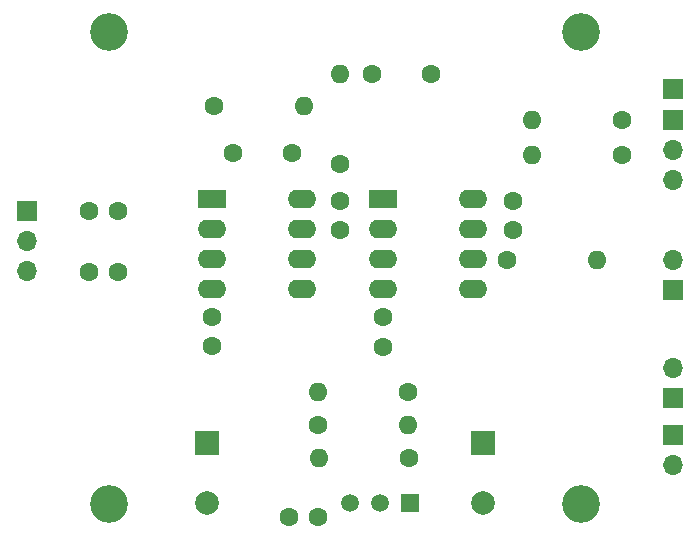
<source format=gbs>
G04 #@! TF.FileFunction,Soldermask,Bot*
%FSLAX46Y46*%
G04 Gerber Fmt 4.6, Leading zero omitted, Abs format (unit mm)*
G04 Created by KiCad (PCBNEW 4.0.7-e2-6376~60~ubuntu17.10.1) date Mon Dec 18 15:30:29 2017*
%MOMM*%
%LPD*%
G01*
G04 APERTURE LIST*
%ADD10C,0.100000*%
%ADD11C,1.600000*%
%ADD12C,3.200000*%
%ADD13R,2.000000X2.000000*%
%ADD14C,2.000000*%
%ADD15R,1.700000X1.700000*%
%ADD16O,1.700000X1.700000*%
%ADD17R,2.400000X1.600000*%
%ADD18O,2.400000X1.600000*%
%ADD19O,1.600000X1.600000*%
%ADD20C,1.520000*%
%ADD21R,1.520000X1.520000*%
G04 APERTURE END LIST*
D10*
D11*
X121250000Y-126650000D03*
X121250000Y-124150000D03*
D12*
X98000000Y-140000000D03*
X138000000Y-140000000D03*
D13*
X106300000Y-134850000D03*
D14*
X106300000Y-139850000D03*
D13*
X129700000Y-134850000D03*
D14*
X129700000Y-139850000D03*
D11*
X113500000Y-110250000D03*
X108500000Y-110250000D03*
D15*
X145800000Y-107500000D03*
D16*
X145800000Y-110040000D03*
X145800000Y-112580000D03*
D17*
X106750000Y-114180000D03*
D18*
X114370000Y-121800000D03*
X106750000Y-116720000D03*
X114370000Y-119260000D03*
X106750000Y-119260000D03*
X114370000Y-116720000D03*
X106750000Y-121800000D03*
X114370000Y-114180000D03*
D17*
X121250000Y-114180000D03*
D18*
X128870000Y-121800000D03*
X121250000Y-116720000D03*
X128870000Y-119260000D03*
X121250000Y-119260000D03*
X128870000Y-116720000D03*
X121250000Y-121800000D03*
X128870000Y-114180000D03*
D15*
X145750000Y-121890000D03*
D16*
X145750000Y-119350000D03*
D12*
X138000000Y-100000000D03*
X98000000Y-100000000D03*
D15*
X145800000Y-131040000D03*
D16*
X145800000Y-128500000D03*
D15*
X145800000Y-104850000D03*
D11*
X117550000Y-111170000D03*
D19*
X117550000Y-103550000D03*
D11*
X131730000Y-119350000D03*
D19*
X139350000Y-119350000D03*
D11*
X141450000Y-107450000D03*
D19*
X133830000Y-107450000D03*
D11*
X141450000Y-110450000D03*
D19*
X133830000Y-110450000D03*
D11*
X123400000Y-136100000D03*
D19*
X115780000Y-136100000D03*
D11*
X123350000Y-130450000D03*
D19*
X115730000Y-130450000D03*
D11*
X115750000Y-133300000D03*
D19*
X123370000Y-133300000D03*
D11*
X106930000Y-106250000D03*
D19*
X114550000Y-106250000D03*
D20*
X121000000Y-139850000D03*
X118460000Y-139850000D03*
D21*
X123540000Y-139850000D03*
D11*
X120250000Y-103550000D03*
X125250000Y-103550000D03*
X115750000Y-141050000D03*
X113250000Y-141050000D03*
X96300000Y-120300000D03*
X98800000Y-120300000D03*
X96300000Y-115200000D03*
X98800000Y-115200000D03*
X132250000Y-114300000D03*
X132250000Y-116800000D03*
X117550000Y-114300000D03*
X117550000Y-116800000D03*
X106750000Y-126600000D03*
X106750000Y-124100000D03*
D15*
X91050000Y-115200000D03*
D16*
X91050000Y-117740000D03*
X91050000Y-120280000D03*
D15*
X145750000Y-134160000D03*
D16*
X145750000Y-136700000D03*
M02*

</source>
